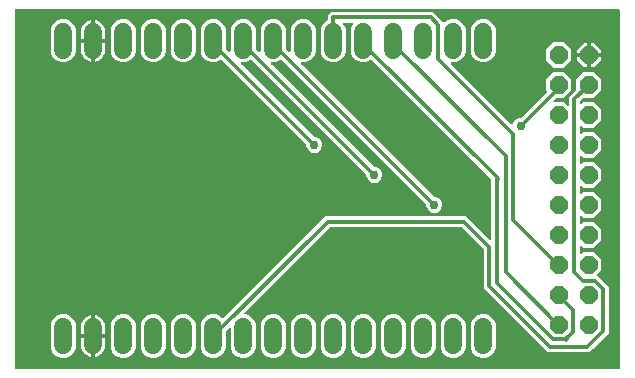
<source format=gbr>
G04 EAGLE Gerber RS-274X export*
G75*
%MOMM*%
%FSLAX34Y34*%
%LPD*%
%INTop Copper*%
%IPPOS*%
%AMOC8*
5,1,8,0,0,1.08239X$1,22.5*%
G01*
%ADD10P,1.649562X8X292.500000*%
%ADD11C,1.524000*%
%ADD12C,0.304800*%
%ADD13C,0.756400*%

G36*
X521398Y10164D02*
X521398Y10164D01*
X521417Y10162D01*
X521519Y10184D01*
X521621Y10200D01*
X521638Y10210D01*
X521658Y10214D01*
X521747Y10267D01*
X521838Y10316D01*
X521852Y10330D01*
X521869Y10340D01*
X521936Y10419D01*
X522008Y10494D01*
X522016Y10512D01*
X522029Y10527D01*
X522068Y10623D01*
X522111Y10717D01*
X522113Y10737D01*
X522121Y10755D01*
X522139Y10922D01*
X522139Y313622D01*
X522125Y313712D01*
X522117Y313803D01*
X522105Y313833D01*
X522100Y313865D01*
X522057Y313945D01*
X522021Y314029D01*
X521995Y314061D01*
X521984Y314082D01*
X521961Y314104D01*
X521916Y314160D01*
X521560Y314516D01*
X521486Y314569D01*
X521417Y314629D01*
X521387Y314641D01*
X521361Y314660D01*
X521274Y314687D01*
X521189Y314721D01*
X521148Y314725D01*
X521125Y314732D01*
X521093Y314731D01*
X521022Y314739D01*
X10922Y314739D01*
X10902Y314736D01*
X10883Y314738D01*
X10781Y314716D01*
X10679Y314700D01*
X10662Y314690D01*
X10642Y314686D01*
X10553Y314633D01*
X10462Y314584D01*
X10448Y314570D01*
X10431Y314560D01*
X10364Y314481D01*
X10292Y314406D01*
X10284Y314388D01*
X10271Y314373D01*
X10232Y314277D01*
X10189Y314183D01*
X10187Y314163D01*
X10179Y314145D01*
X10161Y313978D01*
X10161Y10922D01*
X10164Y10902D01*
X10162Y10883D01*
X10184Y10781D01*
X10200Y10679D01*
X10210Y10662D01*
X10214Y10642D01*
X10267Y10553D01*
X10316Y10462D01*
X10330Y10448D01*
X10340Y10431D01*
X10419Y10364D01*
X10494Y10292D01*
X10512Y10284D01*
X10527Y10271D01*
X10623Y10232D01*
X10717Y10189D01*
X10737Y10187D01*
X10755Y10179D01*
X10922Y10161D01*
X521378Y10161D01*
X521398Y10164D01*
G37*
%LPC*%
G36*
X175678Y19811D02*
X175678Y19811D01*
X171757Y21435D01*
X168755Y24437D01*
X167131Y28358D01*
X167131Y47842D01*
X168755Y51763D01*
X171757Y54765D01*
X175678Y56389D01*
X179922Y56389D01*
X183843Y54765D01*
X185382Y53226D01*
X185398Y53214D01*
X185411Y53198D01*
X185498Y53142D01*
X185582Y53082D01*
X185601Y53076D01*
X185618Y53065D01*
X185718Y53040D01*
X185817Y53010D01*
X185837Y53010D01*
X185856Y53005D01*
X185959Y53013D01*
X186063Y53016D01*
X186082Y53023D01*
X186102Y53025D01*
X186196Y53065D01*
X186294Y53101D01*
X186310Y53113D01*
X186328Y53121D01*
X186459Y53226D01*
X272806Y139573D01*
X391894Y139573D01*
X411903Y119564D01*
X411961Y119522D01*
X412013Y119473D01*
X412060Y119451D01*
X412102Y119421D01*
X412171Y119399D01*
X412236Y119369D01*
X412288Y119363D01*
X412338Y119348D01*
X412409Y119350D01*
X412480Y119342D01*
X412531Y119353D01*
X412583Y119355D01*
X412651Y119379D01*
X412721Y119394D01*
X412766Y119421D01*
X412814Y119439D01*
X412870Y119484D01*
X412932Y119521D01*
X412966Y119560D01*
X413006Y119593D01*
X413045Y119653D01*
X413092Y119707D01*
X413111Y119756D01*
X413139Y119800D01*
X413157Y119869D01*
X413184Y119936D01*
X413192Y120007D01*
X413200Y120038D01*
X413198Y120061D01*
X413202Y120102D01*
X413202Y170566D01*
X413188Y170656D01*
X413180Y170747D01*
X413168Y170776D01*
X413163Y170808D01*
X413120Y170889D01*
X413084Y170973D01*
X413058Y171005D01*
X413047Y171026D01*
X413024Y171048D01*
X412979Y171104D01*
X312284Y271799D01*
X312268Y271811D01*
X312255Y271827D01*
X312168Y271883D01*
X312084Y271943D01*
X312065Y271949D01*
X312048Y271960D01*
X311948Y271985D01*
X311849Y272015D01*
X311829Y272015D01*
X311810Y272020D01*
X311707Y272012D01*
X311603Y272009D01*
X311584Y272002D01*
X311564Y272000D01*
X311470Y271960D01*
X311372Y271924D01*
X311356Y271912D01*
X311338Y271904D01*
X311207Y271799D01*
X310843Y271435D01*
X306922Y269811D01*
X302678Y269811D01*
X298757Y271435D01*
X295755Y274437D01*
X294131Y278358D01*
X294131Y297842D01*
X295755Y301763D01*
X296095Y302103D01*
X296137Y302161D01*
X296186Y302213D01*
X296208Y302260D01*
X296238Y302302D01*
X296259Y302371D01*
X296290Y302436D01*
X296295Y302488D01*
X296311Y302538D01*
X296309Y302609D01*
X296317Y302680D01*
X296306Y302731D01*
X296304Y302783D01*
X296280Y302851D01*
X296265Y302921D01*
X296238Y302966D01*
X296220Y303014D01*
X296175Y303070D01*
X296138Y303132D01*
X296099Y303166D01*
X296066Y303206D01*
X296006Y303245D01*
X295951Y303292D01*
X295903Y303311D01*
X295859Y303339D01*
X295790Y303357D01*
X295723Y303384D01*
X295652Y303392D01*
X295621Y303400D01*
X295598Y303398D01*
X295557Y303402D01*
X288643Y303402D01*
X288573Y303391D01*
X288501Y303389D01*
X288452Y303371D01*
X288401Y303363D01*
X288337Y303329D01*
X288270Y303304D01*
X288229Y303272D01*
X288183Y303247D01*
X288134Y303196D01*
X288078Y303151D01*
X288050Y303107D01*
X288014Y303069D01*
X287984Y303004D01*
X287945Y302944D01*
X287932Y302893D01*
X287910Y302846D01*
X287902Y302775D01*
X287885Y302705D01*
X287889Y302653D01*
X287883Y302602D01*
X287898Y302531D01*
X287904Y302460D01*
X287924Y302412D01*
X287935Y302361D01*
X287972Y302300D01*
X288000Y302234D01*
X288045Y302178D01*
X288062Y302150D01*
X288079Y302135D01*
X288105Y302103D01*
X288445Y301763D01*
X290069Y297842D01*
X290069Y278358D01*
X288445Y274437D01*
X285443Y271435D01*
X281522Y269811D01*
X277278Y269811D01*
X273357Y271435D01*
X270355Y274437D01*
X268731Y278358D01*
X268731Y297842D01*
X270355Y301763D01*
X273357Y304765D01*
X274357Y305179D01*
X274457Y305241D01*
X274557Y305301D01*
X274561Y305305D01*
X274566Y305309D01*
X274641Y305399D01*
X274717Y305487D01*
X274719Y305493D01*
X274723Y305498D01*
X274765Y305607D01*
X274809Y305716D01*
X274810Y305723D01*
X274811Y305728D01*
X274812Y305746D01*
X274827Y305882D01*
X274827Y309869D01*
X277506Y312548D01*
X363844Y312548D01*
X372754Y303638D01*
X372770Y303627D01*
X372782Y303611D01*
X372870Y303555D01*
X372953Y303495D01*
X372972Y303489D01*
X372989Y303478D01*
X373090Y303453D01*
X373189Y303422D01*
X373208Y303423D01*
X373228Y303418D01*
X373331Y303426D01*
X373434Y303429D01*
X373453Y303435D01*
X373473Y303437D01*
X373568Y303477D01*
X373665Y303513D01*
X373681Y303526D01*
X373699Y303533D01*
X373830Y303638D01*
X374957Y304765D01*
X378878Y306389D01*
X383122Y306389D01*
X387043Y304765D01*
X390045Y301763D01*
X391669Y297842D01*
X391669Y278358D01*
X390045Y274437D01*
X387043Y271435D01*
X383122Y269811D01*
X379843Y269811D01*
X379773Y269800D01*
X379701Y269798D01*
X379652Y269780D01*
X379601Y269772D01*
X379537Y269738D01*
X379470Y269713D01*
X379429Y269681D01*
X379383Y269656D01*
X379334Y269605D01*
X379278Y269560D01*
X379250Y269516D01*
X379214Y269478D01*
X379184Y269413D01*
X379145Y269353D01*
X379132Y269302D01*
X379110Y269255D01*
X379102Y269184D01*
X379085Y269114D01*
X379089Y269062D01*
X379083Y269011D01*
X379098Y268940D01*
X379104Y268869D01*
X379124Y268821D01*
X379135Y268770D01*
X379172Y268709D01*
X379200Y268643D01*
X379245Y268587D01*
X379262Y268559D01*
X379279Y268544D01*
X379305Y268512D01*
X430291Y217526D01*
X430328Y217499D01*
X430359Y217465D01*
X430427Y217428D01*
X430490Y217383D01*
X430534Y217369D01*
X430575Y217347D01*
X430651Y217333D01*
X430726Y217310D01*
X430771Y217311D01*
X430817Y217303D01*
X430894Y217315D01*
X430971Y217317D01*
X431015Y217332D01*
X431060Y217339D01*
X431129Y217374D01*
X431202Y217401D01*
X431238Y217430D01*
X431279Y217450D01*
X431334Y217506D01*
X431394Y217555D01*
X431419Y217593D01*
X431451Y217626D01*
X431517Y217746D01*
X431527Y217762D01*
X431529Y217766D01*
X431532Y217773D01*
X432359Y219769D01*
X434281Y221691D01*
X436791Y222731D01*
X438199Y222731D01*
X438289Y222745D01*
X438380Y222753D01*
X438409Y222765D01*
X438441Y222770D01*
X438522Y222813D01*
X438606Y222849D01*
X438638Y222875D01*
X438659Y222886D01*
X438681Y222909D01*
X438737Y222954D01*
X460309Y244526D01*
X460321Y244542D01*
X460337Y244555D01*
X460393Y244642D01*
X460453Y244726D01*
X460459Y244745D01*
X460470Y244762D01*
X460495Y244862D01*
X460525Y244961D01*
X460525Y244981D01*
X460530Y245000D01*
X460522Y245103D01*
X460519Y245207D01*
X460512Y245226D01*
X460511Y245245D01*
X460470Y245340D01*
X460434Y245438D01*
X460422Y245454D01*
X460414Y245472D01*
X460309Y245603D01*
X459731Y246181D01*
X459731Y255019D01*
X465981Y261269D01*
X474819Y261269D01*
X481069Y255019D01*
X481069Y246181D01*
X474819Y239931D01*
X468963Y239931D01*
X468873Y239917D01*
X468782Y239909D01*
X468753Y239897D01*
X468721Y239892D01*
X468640Y239849D01*
X468556Y239813D01*
X468524Y239787D01*
X468503Y239776D01*
X468481Y239753D01*
X468425Y239708D01*
X465885Y237168D01*
X465843Y237110D01*
X465794Y237058D01*
X465772Y237011D01*
X465742Y236969D01*
X465720Y236900D01*
X465690Y236835D01*
X465684Y236783D01*
X465669Y236733D01*
X465671Y236662D01*
X465663Y236591D01*
X465674Y236540D01*
X465676Y236488D01*
X465700Y236420D01*
X465715Y236350D01*
X465742Y236306D01*
X465760Y236257D01*
X465805Y236201D01*
X465842Y236139D01*
X465881Y236105D01*
X465914Y236065D01*
X465974Y236026D01*
X466028Y235979D01*
X466077Y235960D01*
X466121Y235932D01*
X466190Y235914D01*
X466257Y235887D01*
X466328Y235879D01*
X466359Y235871D01*
X466382Y235873D01*
X466423Y235869D01*
X474819Y235869D01*
X477736Y232952D01*
X477794Y232910D01*
X477846Y232861D01*
X477893Y232839D01*
X477935Y232809D01*
X478004Y232787D01*
X478069Y232757D01*
X478121Y232752D01*
X478171Y232736D01*
X478242Y232738D01*
X478313Y232730D01*
X478364Y232741D01*
X478416Y232743D01*
X478484Y232767D01*
X478554Y232782D01*
X478599Y232809D01*
X478647Y232827D01*
X478703Y232872D01*
X478765Y232909D01*
X478799Y232948D01*
X478839Y232981D01*
X478878Y233041D01*
X478925Y233096D01*
X478944Y233144D01*
X478972Y233188D01*
X478990Y233257D01*
X479017Y233324D01*
X479025Y233395D01*
X479033Y233426D01*
X479031Y233449D01*
X479035Y233490D01*
X479035Y240302D01*
X481937Y243204D01*
X484908Y246175D01*
X484961Y246249D01*
X485021Y246319D01*
X485033Y246349D01*
X485052Y246375D01*
X485079Y246462D01*
X485113Y246547D01*
X485117Y246588D01*
X485124Y246610D01*
X485123Y246642D01*
X485131Y246713D01*
X485131Y255019D01*
X491381Y261269D01*
X500219Y261269D01*
X506469Y255019D01*
X506469Y246181D01*
X500219Y239931D01*
X491913Y239931D01*
X491823Y239917D01*
X491732Y239909D01*
X491703Y239897D01*
X491671Y239892D01*
X491590Y239849D01*
X491506Y239813D01*
X491474Y239787D01*
X491453Y239776D01*
X491431Y239753D01*
X491375Y239708D01*
X488404Y236737D01*
X488351Y236663D01*
X488291Y236593D01*
X488279Y236563D01*
X488260Y236537D01*
X488233Y236450D01*
X488199Y236365D01*
X488195Y236324D01*
X488188Y236302D01*
X488189Y236270D01*
X488181Y236199D01*
X488181Y234506D01*
X488192Y234436D01*
X488194Y234364D01*
X488212Y234315D01*
X488220Y234264D01*
X488254Y234200D01*
X488279Y234133D01*
X488311Y234092D01*
X488336Y234046D01*
X488388Y233997D01*
X488432Y233941D01*
X488476Y233913D01*
X488514Y233877D01*
X488579Y233847D01*
X488639Y233808D01*
X488690Y233795D01*
X488737Y233773D01*
X488808Y233765D01*
X488878Y233748D01*
X488930Y233752D01*
X488981Y233746D01*
X489052Y233761D01*
X489123Y233767D01*
X489171Y233787D01*
X489222Y233798D01*
X489283Y233835D01*
X489349Y233863D01*
X489405Y233908D01*
X489433Y233925D01*
X489448Y233942D01*
X489480Y233968D01*
X491381Y235869D01*
X500219Y235869D01*
X506469Y229619D01*
X506469Y220781D01*
X500219Y214531D01*
X491381Y214531D01*
X489480Y216432D01*
X489422Y216474D01*
X489370Y216523D01*
X489323Y216545D01*
X489281Y216575D01*
X489212Y216597D01*
X489147Y216627D01*
X489095Y216632D01*
X489045Y216648D01*
X488974Y216646D01*
X488903Y216654D01*
X488852Y216643D01*
X488800Y216641D01*
X488732Y216617D01*
X488662Y216602D01*
X488617Y216575D01*
X488569Y216557D01*
X488513Y216512D01*
X488451Y216475D01*
X488417Y216436D01*
X488377Y216403D01*
X488338Y216343D01*
X488291Y216288D01*
X488272Y216240D01*
X488244Y216196D01*
X488226Y216127D01*
X488199Y216060D01*
X488191Y215989D01*
X488183Y215958D01*
X488185Y215935D01*
X488181Y215894D01*
X488181Y209106D01*
X488192Y209036D01*
X488194Y208964D01*
X488212Y208915D01*
X488220Y208864D01*
X488254Y208800D01*
X488279Y208733D01*
X488311Y208692D01*
X488336Y208646D01*
X488388Y208597D01*
X488432Y208541D01*
X488476Y208513D01*
X488514Y208477D01*
X488579Y208447D01*
X488639Y208408D01*
X488690Y208395D01*
X488737Y208373D01*
X488808Y208365D01*
X488878Y208348D01*
X488930Y208352D01*
X488981Y208346D01*
X489052Y208361D01*
X489123Y208367D01*
X489171Y208387D01*
X489222Y208398D01*
X489283Y208435D01*
X489349Y208463D01*
X489405Y208508D01*
X489433Y208525D01*
X489448Y208542D01*
X489480Y208568D01*
X491381Y210469D01*
X500219Y210469D01*
X506469Y204219D01*
X506469Y195381D01*
X500219Y189131D01*
X491381Y189131D01*
X489480Y191032D01*
X489422Y191074D01*
X489370Y191123D01*
X489323Y191145D01*
X489281Y191175D01*
X489212Y191197D01*
X489147Y191227D01*
X489095Y191232D01*
X489045Y191248D01*
X488974Y191246D01*
X488903Y191254D01*
X488852Y191243D01*
X488800Y191241D01*
X488732Y191217D01*
X488662Y191202D01*
X488617Y191175D01*
X488569Y191157D01*
X488513Y191112D01*
X488451Y191075D01*
X488417Y191036D01*
X488377Y191003D01*
X488338Y190943D01*
X488291Y190888D01*
X488272Y190840D01*
X488244Y190796D01*
X488226Y190727D01*
X488199Y190660D01*
X488191Y190589D01*
X488183Y190558D01*
X488185Y190535D01*
X488181Y190494D01*
X488181Y183706D01*
X488183Y183695D01*
X488182Y183686D01*
X488191Y183644D01*
X488192Y183636D01*
X488194Y183564D01*
X488212Y183515D01*
X488220Y183464D01*
X488254Y183400D01*
X488279Y183333D01*
X488311Y183292D01*
X488336Y183246D01*
X488388Y183197D01*
X488432Y183141D01*
X488476Y183113D01*
X488514Y183077D01*
X488579Y183047D01*
X488639Y183008D01*
X488690Y182995D01*
X488737Y182973D01*
X488808Y182965D01*
X488878Y182948D01*
X488930Y182952D01*
X488981Y182946D01*
X489052Y182961D01*
X489123Y182967D01*
X489171Y182987D01*
X489222Y182998D01*
X489283Y183035D01*
X489349Y183063D01*
X489405Y183108D01*
X489433Y183125D01*
X489448Y183142D01*
X489480Y183168D01*
X491381Y185069D01*
X500219Y185069D01*
X506469Y178819D01*
X506469Y169981D01*
X500219Y163731D01*
X491381Y163731D01*
X489480Y165632D01*
X489422Y165674D01*
X489370Y165723D01*
X489323Y165745D01*
X489281Y165775D01*
X489212Y165797D01*
X489147Y165827D01*
X489095Y165832D01*
X489045Y165848D01*
X488974Y165846D01*
X488903Y165854D01*
X488852Y165843D01*
X488800Y165841D01*
X488732Y165817D01*
X488662Y165802D01*
X488617Y165775D01*
X488569Y165757D01*
X488513Y165712D01*
X488451Y165675D01*
X488417Y165636D01*
X488377Y165603D01*
X488338Y165543D01*
X488291Y165488D01*
X488272Y165440D01*
X488244Y165396D01*
X488226Y165327D01*
X488199Y165260D01*
X488191Y165189D01*
X488183Y165158D01*
X488185Y165135D01*
X488181Y165094D01*
X488181Y158306D01*
X488192Y158236D01*
X488194Y158164D01*
X488212Y158115D01*
X488220Y158064D01*
X488254Y158000D01*
X488279Y157933D01*
X488311Y157892D01*
X488336Y157846D01*
X488388Y157797D01*
X488432Y157741D01*
X488476Y157713D01*
X488514Y157677D01*
X488579Y157647D01*
X488639Y157608D01*
X488690Y157595D01*
X488737Y157573D01*
X488808Y157565D01*
X488878Y157548D01*
X488930Y157552D01*
X488981Y157546D01*
X489052Y157561D01*
X489123Y157567D01*
X489171Y157587D01*
X489222Y157598D01*
X489283Y157635D01*
X489349Y157663D01*
X489405Y157708D01*
X489433Y157725D01*
X489448Y157742D01*
X489480Y157768D01*
X491381Y159669D01*
X500219Y159669D01*
X506469Y153419D01*
X506469Y144581D01*
X500219Y138331D01*
X491381Y138331D01*
X489480Y140232D01*
X489422Y140274D01*
X489370Y140323D01*
X489323Y140345D01*
X489281Y140375D01*
X489212Y140397D01*
X489147Y140427D01*
X489095Y140432D01*
X489045Y140448D01*
X488974Y140446D01*
X488903Y140454D01*
X488852Y140443D01*
X488800Y140441D01*
X488732Y140417D01*
X488662Y140402D01*
X488617Y140375D01*
X488569Y140357D01*
X488513Y140312D01*
X488451Y140275D01*
X488417Y140236D01*
X488377Y140203D01*
X488338Y140143D01*
X488291Y140088D01*
X488272Y140040D01*
X488244Y139996D01*
X488226Y139927D01*
X488199Y139860D01*
X488191Y139789D01*
X488183Y139758D01*
X488185Y139735D01*
X488181Y139694D01*
X488181Y132906D01*
X488192Y132836D01*
X488194Y132764D01*
X488212Y132715D01*
X488220Y132664D01*
X488254Y132600D01*
X488279Y132533D01*
X488311Y132492D01*
X488336Y132446D01*
X488388Y132397D01*
X488432Y132341D01*
X488476Y132313D01*
X488514Y132277D01*
X488579Y132247D01*
X488639Y132208D01*
X488690Y132195D01*
X488737Y132173D01*
X488808Y132165D01*
X488878Y132148D01*
X488930Y132152D01*
X488981Y132146D01*
X489052Y132161D01*
X489123Y132167D01*
X489171Y132187D01*
X489222Y132198D01*
X489283Y132235D01*
X489349Y132263D01*
X489405Y132308D01*
X489433Y132325D01*
X489448Y132342D01*
X489480Y132368D01*
X491381Y134269D01*
X500219Y134269D01*
X506469Y128019D01*
X506469Y119181D01*
X500219Y112931D01*
X491381Y112931D01*
X489480Y114832D01*
X489422Y114874D01*
X489370Y114923D01*
X489323Y114945D01*
X489281Y114975D01*
X489212Y114997D01*
X489147Y115027D01*
X489095Y115032D01*
X489045Y115048D01*
X488974Y115046D01*
X488903Y115054D01*
X488852Y115043D01*
X488800Y115041D01*
X488732Y115017D01*
X488662Y115002D01*
X488617Y114975D01*
X488569Y114957D01*
X488513Y114912D01*
X488451Y114875D01*
X488417Y114836D01*
X488377Y114803D01*
X488338Y114743D01*
X488291Y114688D01*
X488272Y114640D01*
X488244Y114596D01*
X488226Y114527D01*
X488199Y114460D01*
X488191Y114389D01*
X488183Y114358D01*
X488185Y114335D01*
X488181Y114294D01*
X488181Y107506D01*
X488192Y107436D01*
X488194Y107364D01*
X488212Y107315D01*
X488220Y107264D01*
X488254Y107200D01*
X488279Y107133D01*
X488311Y107092D01*
X488336Y107046D01*
X488388Y106997D01*
X488432Y106941D01*
X488476Y106913D01*
X488514Y106877D01*
X488579Y106847D01*
X488639Y106808D01*
X488690Y106795D01*
X488737Y106773D01*
X488808Y106765D01*
X488878Y106748D01*
X488930Y106752D01*
X488981Y106746D01*
X489052Y106761D01*
X489123Y106767D01*
X489171Y106787D01*
X489222Y106798D01*
X489283Y106835D01*
X489349Y106863D01*
X489405Y106908D01*
X489433Y106925D01*
X489448Y106942D01*
X489480Y106968D01*
X491381Y108869D01*
X500219Y108869D01*
X506469Y102619D01*
X506469Y93781D01*
X503037Y90349D01*
X503025Y90333D01*
X503009Y90320D01*
X502953Y90233D01*
X502893Y90149D01*
X502887Y90130D01*
X502876Y90113D01*
X502851Y90013D01*
X502821Y89914D01*
X502821Y89894D01*
X502816Y89875D01*
X502824Y89772D01*
X502827Y89668D01*
X502834Y89649D01*
X502836Y89630D01*
X502876Y89535D01*
X502912Y89437D01*
X502924Y89421D01*
X502932Y89403D01*
X503037Y89272D01*
X512565Y79744D01*
X512565Y40456D01*
X509663Y37554D01*
X499267Y27158D01*
X496365Y24256D01*
X461214Y24256D01*
X407106Y78364D01*
X407106Y111112D01*
X407092Y111202D01*
X407084Y111293D01*
X407072Y111322D01*
X407067Y111354D01*
X407024Y111435D01*
X406988Y111519D01*
X406962Y111551D01*
X406951Y111572D01*
X406928Y111594D01*
X406883Y111650D01*
X388329Y130204D01*
X388255Y130257D01*
X388185Y130317D01*
X388155Y130329D01*
X388129Y130348D01*
X388042Y130375D01*
X387957Y130409D01*
X387916Y130413D01*
X387894Y130420D01*
X387862Y130419D01*
X387791Y130427D01*
X276909Y130427D01*
X276819Y130413D01*
X276728Y130405D01*
X276699Y130393D01*
X276667Y130388D01*
X276586Y130345D01*
X276502Y130309D01*
X276470Y130283D01*
X276449Y130272D01*
X276427Y130249D01*
X276371Y130204D01*
X203855Y57688D01*
X203813Y57630D01*
X203764Y57578D01*
X203742Y57531D01*
X203712Y57489D01*
X203690Y57420D01*
X203660Y57355D01*
X203654Y57303D01*
X203639Y57253D01*
X203641Y57182D01*
X203633Y57111D01*
X203644Y57060D01*
X203646Y57008D01*
X203670Y56940D01*
X203685Y56870D01*
X203712Y56825D01*
X203730Y56777D01*
X203775Y56721D01*
X203812Y56659D01*
X203851Y56625D01*
X203884Y56585D01*
X203944Y56546D01*
X203998Y56499D01*
X204047Y56480D01*
X204091Y56452D01*
X204160Y56434D01*
X204227Y56407D01*
X204298Y56399D01*
X204329Y56391D01*
X204352Y56393D01*
X204393Y56389D01*
X205322Y56389D01*
X209243Y54765D01*
X212245Y51763D01*
X213869Y47842D01*
X213869Y28358D01*
X212245Y24437D01*
X209243Y21435D01*
X205322Y19811D01*
X201078Y19811D01*
X197157Y21435D01*
X194155Y24437D01*
X192531Y28358D01*
X192531Y44527D01*
X192520Y44597D01*
X192518Y44669D01*
X192500Y44718D01*
X192492Y44769D01*
X192458Y44833D01*
X192433Y44900D01*
X192401Y44941D01*
X192376Y44987D01*
X192324Y45036D01*
X192280Y45092D01*
X192236Y45120D01*
X192198Y45156D01*
X192133Y45186D01*
X192073Y45225D01*
X192022Y45238D01*
X191975Y45260D01*
X191904Y45268D01*
X191834Y45285D01*
X191782Y45281D01*
X191731Y45287D01*
X191660Y45272D01*
X191589Y45266D01*
X191541Y45246D01*
X191490Y45235D01*
X191429Y45198D01*
X191363Y45170D01*
X191307Y45125D01*
X191279Y45108D01*
X191264Y45091D01*
X191232Y45065D01*
X188692Y42525D01*
X188639Y42451D01*
X188579Y42381D01*
X188567Y42351D01*
X188548Y42325D01*
X188521Y42238D01*
X188487Y42153D01*
X188483Y42112D01*
X188476Y42090D01*
X188477Y42058D01*
X188469Y41987D01*
X188469Y28358D01*
X186845Y24437D01*
X183843Y21435D01*
X179922Y19811D01*
X175678Y19811D01*
G37*
%LPD*%
%LPC*%
G36*
X363766Y142394D02*
X363766Y142394D01*
X361256Y143434D01*
X359334Y145356D01*
X358294Y147866D01*
X358294Y149274D01*
X358280Y149364D01*
X358272Y149455D01*
X358260Y149484D01*
X358255Y149516D01*
X358212Y149597D01*
X358176Y149681D01*
X358150Y149713D01*
X358139Y149734D01*
X358116Y149756D01*
X358071Y149812D01*
X236084Y271799D01*
X236068Y271811D01*
X236055Y271827D01*
X235968Y271883D01*
X235884Y271943D01*
X235865Y271949D01*
X235848Y271960D01*
X235748Y271985D01*
X235649Y272015D01*
X235629Y272015D01*
X235610Y272020D01*
X235507Y272012D01*
X235403Y272009D01*
X235384Y272002D01*
X235364Y272000D01*
X235270Y271960D01*
X235172Y271924D01*
X235156Y271912D01*
X235138Y271904D01*
X235007Y271799D01*
X234643Y271435D01*
X230722Y269811D01*
X227443Y269811D01*
X227373Y269800D01*
X227301Y269798D01*
X227252Y269780D01*
X227201Y269772D01*
X227137Y269738D01*
X227070Y269713D01*
X227029Y269681D01*
X226983Y269656D01*
X226934Y269604D01*
X226878Y269560D01*
X226850Y269516D01*
X226814Y269478D01*
X226784Y269413D01*
X226745Y269353D01*
X226732Y269302D01*
X226710Y269255D01*
X226702Y269184D01*
X226685Y269114D01*
X226689Y269062D01*
X226683Y269011D01*
X226698Y268940D01*
X226704Y268869D01*
X226724Y268821D01*
X226735Y268770D01*
X226772Y268709D01*
X226800Y268643D01*
X226845Y268587D01*
X226862Y268559D01*
X226879Y268544D01*
X226905Y268512D01*
X313738Y181679D01*
X313812Y181626D01*
X313882Y181566D01*
X313912Y181554D01*
X313938Y181535D01*
X314025Y181508D01*
X314110Y181474D01*
X314151Y181470D01*
X314173Y181463D01*
X314205Y181464D01*
X314276Y181456D01*
X315684Y181456D01*
X318194Y180416D01*
X320116Y178494D01*
X321156Y175984D01*
X321156Y173266D01*
X320116Y170756D01*
X318194Y168834D01*
X315684Y167794D01*
X312966Y167794D01*
X310456Y168834D01*
X308534Y170756D01*
X307494Y173266D01*
X307494Y174674D01*
X307480Y174764D01*
X307472Y174855D01*
X307460Y174884D01*
X307455Y174916D01*
X307412Y174997D01*
X307376Y175081D01*
X307350Y175113D01*
X307339Y175134D01*
X307316Y175156D01*
X307271Y175212D01*
X210684Y271799D01*
X210668Y271811D01*
X210655Y271827D01*
X210568Y271883D01*
X210484Y271943D01*
X210465Y271949D01*
X210448Y271960D01*
X210348Y271985D01*
X210249Y272015D01*
X210229Y272015D01*
X210210Y272020D01*
X210107Y272012D01*
X210003Y272009D01*
X209984Y272002D01*
X209964Y272000D01*
X209870Y271960D01*
X209772Y271924D01*
X209756Y271912D01*
X209738Y271904D01*
X209607Y271799D01*
X209243Y271435D01*
X205322Y269811D01*
X202043Y269811D01*
X201973Y269800D01*
X201901Y269798D01*
X201852Y269780D01*
X201801Y269772D01*
X201737Y269738D01*
X201670Y269713D01*
X201629Y269681D01*
X201583Y269656D01*
X201534Y269604D01*
X201478Y269560D01*
X201450Y269516D01*
X201414Y269478D01*
X201384Y269413D01*
X201345Y269353D01*
X201332Y269302D01*
X201310Y269255D01*
X201302Y269184D01*
X201285Y269114D01*
X201289Y269062D01*
X201283Y269011D01*
X201298Y268940D01*
X201304Y268869D01*
X201324Y268821D01*
X201335Y268770D01*
X201372Y268709D01*
X201400Y268643D01*
X201445Y268587D01*
X201462Y268559D01*
X201479Y268544D01*
X201505Y268512D01*
X262938Y207079D01*
X263012Y207026D01*
X263082Y206966D01*
X263112Y206954D01*
X263138Y206935D01*
X263225Y206908D01*
X263310Y206874D01*
X263351Y206870D01*
X263373Y206863D01*
X263405Y206864D01*
X263476Y206856D01*
X264884Y206856D01*
X267394Y205816D01*
X269316Y203894D01*
X270356Y201384D01*
X270356Y198666D01*
X269316Y196156D01*
X267394Y194234D01*
X264884Y193194D01*
X262166Y193194D01*
X259656Y194234D01*
X257734Y196156D01*
X256694Y198666D01*
X256694Y200074D01*
X256680Y200164D01*
X256672Y200255D01*
X256660Y200284D01*
X256655Y200316D01*
X256612Y200397D01*
X256576Y200481D01*
X256550Y200513D01*
X256539Y200534D01*
X256516Y200556D01*
X256471Y200612D01*
X185284Y271799D01*
X185268Y271811D01*
X185255Y271827D01*
X185168Y271883D01*
X185084Y271943D01*
X185065Y271949D01*
X185048Y271960D01*
X184948Y271985D01*
X184849Y272015D01*
X184829Y272015D01*
X184810Y272020D01*
X184707Y272012D01*
X184603Y272009D01*
X184584Y272002D01*
X184564Y272000D01*
X184470Y271960D01*
X184372Y271924D01*
X184356Y271912D01*
X184338Y271904D01*
X184207Y271799D01*
X183843Y271435D01*
X179922Y269811D01*
X175678Y269811D01*
X171757Y271435D01*
X168755Y274437D01*
X167131Y278358D01*
X167131Y297842D01*
X168755Y301763D01*
X171757Y304765D01*
X175678Y306389D01*
X179922Y306389D01*
X183843Y304765D01*
X186845Y301763D01*
X188469Y297842D01*
X188469Y281863D01*
X188483Y281773D01*
X188491Y281682D01*
X188503Y281653D01*
X188508Y281621D01*
X188551Y281540D01*
X188587Y281456D01*
X188613Y281424D01*
X188624Y281403D01*
X188647Y281381D01*
X188692Y281325D01*
X191232Y278785D01*
X191290Y278743D01*
X191342Y278694D01*
X191389Y278672D01*
X191431Y278642D01*
X191500Y278620D01*
X191565Y278590D01*
X191617Y278585D01*
X191667Y278569D01*
X191738Y278571D01*
X191809Y278563D01*
X191860Y278574D01*
X191912Y278576D01*
X191980Y278600D01*
X192050Y278615D01*
X192095Y278642D01*
X192143Y278660D01*
X192199Y278705D01*
X192261Y278742D01*
X192295Y278781D01*
X192335Y278814D01*
X192374Y278874D01*
X192421Y278928D01*
X192440Y278977D01*
X192468Y279021D01*
X192486Y279090D01*
X192513Y279157D01*
X192521Y279228D01*
X192529Y279259D01*
X192527Y279282D01*
X192531Y279323D01*
X192531Y297842D01*
X194155Y301763D01*
X197157Y304765D01*
X201078Y306389D01*
X205322Y306389D01*
X209243Y304765D01*
X212245Y301763D01*
X213869Y297842D01*
X213869Y281863D01*
X213883Y281773D01*
X213891Y281682D01*
X213903Y281653D01*
X213908Y281621D01*
X213951Y281540D01*
X213987Y281456D01*
X214013Y281424D01*
X214024Y281403D01*
X214047Y281381D01*
X214092Y281325D01*
X216632Y278785D01*
X216690Y278743D01*
X216742Y278694D01*
X216789Y278672D01*
X216831Y278642D01*
X216900Y278620D01*
X216965Y278590D01*
X217017Y278585D01*
X217067Y278569D01*
X217138Y278571D01*
X217209Y278563D01*
X217260Y278574D01*
X217312Y278576D01*
X217380Y278600D01*
X217450Y278615D01*
X217495Y278642D01*
X217543Y278660D01*
X217599Y278705D01*
X217661Y278742D01*
X217695Y278781D01*
X217735Y278814D01*
X217774Y278874D01*
X217821Y278928D01*
X217840Y278977D01*
X217868Y279021D01*
X217886Y279090D01*
X217913Y279157D01*
X217921Y279228D01*
X217929Y279259D01*
X217927Y279282D01*
X217931Y279323D01*
X217931Y297842D01*
X219555Y301763D01*
X222557Y304765D01*
X226478Y306389D01*
X230722Y306389D01*
X234643Y304765D01*
X237645Y301763D01*
X239269Y297842D01*
X239269Y281863D01*
X239283Y281773D01*
X239291Y281682D01*
X239303Y281653D01*
X239308Y281621D01*
X239351Y281540D01*
X239387Y281456D01*
X239413Y281424D01*
X239424Y281403D01*
X239447Y281381D01*
X239492Y281325D01*
X242032Y278785D01*
X242090Y278743D01*
X242142Y278694D01*
X242189Y278672D01*
X242231Y278642D01*
X242300Y278620D01*
X242365Y278590D01*
X242417Y278585D01*
X242467Y278569D01*
X242538Y278571D01*
X242609Y278563D01*
X242660Y278574D01*
X242712Y278576D01*
X242780Y278600D01*
X242850Y278615D01*
X242895Y278642D01*
X242943Y278660D01*
X242999Y278705D01*
X243061Y278742D01*
X243095Y278781D01*
X243135Y278814D01*
X243174Y278874D01*
X243221Y278928D01*
X243240Y278977D01*
X243268Y279021D01*
X243286Y279090D01*
X243313Y279157D01*
X243321Y279228D01*
X243329Y279259D01*
X243327Y279282D01*
X243331Y279323D01*
X243331Y297842D01*
X244955Y301763D01*
X247957Y304765D01*
X251878Y306389D01*
X256122Y306389D01*
X260043Y304765D01*
X263045Y301763D01*
X264669Y297842D01*
X264669Y278358D01*
X263045Y274437D01*
X260043Y271435D01*
X256122Y269811D01*
X252843Y269811D01*
X252773Y269800D01*
X252701Y269798D01*
X252652Y269780D01*
X252601Y269772D01*
X252537Y269738D01*
X252470Y269713D01*
X252429Y269681D01*
X252383Y269656D01*
X252334Y269604D01*
X252278Y269560D01*
X252250Y269516D01*
X252214Y269478D01*
X252184Y269413D01*
X252145Y269353D01*
X252132Y269302D01*
X252110Y269255D01*
X252102Y269184D01*
X252085Y269114D01*
X252089Y269062D01*
X252083Y269011D01*
X252098Y268940D01*
X252104Y268869D01*
X252124Y268821D01*
X252135Y268770D01*
X252172Y268709D01*
X252200Y268643D01*
X252245Y268587D01*
X252262Y268559D01*
X252279Y268544D01*
X252305Y268512D01*
X364538Y156279D01*
X364612Y156226D01*
X364682Y156166D01*
X364712Y156154D01*
X364738Y156135D01*
X364825Y156108D01*
X364910Y156074D01*
X364951Y156070D01*
X364973Y156063D01*
X365005Y156064D01*
X365076Y156056D01*
X366484Y156056D01*
X368994Y155016D01*
X370916Y153094D01*
X371956Y150584D01*
X371956Y147866D01*
X370916Y145356D01*
X368994Y143434D01*
X366484Y142394D01*
X363766Y142394D01*
G37*
%LPD*%
%LPC*%
G36*
X150278Y269811D02*
X150278Y269811D01*
X146357Y271435D01*
X143355Y274437D01*
X141731Y278358D01*
X141731Y297842D01*
X143355Y301763D01*
X146357Y304765D01*
X150278Y306389D01*
X154522Y306389D01*
X158443Y304765D01*
X161445Y301763D01*
X163069Y297842D01*
X163069Y278358D01*
X161445Y274437D01*
X158443Y271435D01*
X154522Y269811D01*
X150278Y269811D01*
G37*
%LPD*%
%LPC*%
G36*
X124878Y269811D02*
X124878Y269811D01*
X120957Y271435D01*
X117955Y274437D01*
X116331Y278358D01*
X116331Y297842D01*
X117955Y301763D01*
X120957Y304765D01*
X124878Y306389D01*
X129122Y306389D01*
X133043Y304765D01*
X136045Y301763D01*
X137669Y297842D01*
X137669Y278358D01*
X136045Y274437D01*
X133043Y271435D01*
X129122Y269811D01*
X124878Y269811D01*
G37*
%LPD*%
%LPC*%
G36*
X48678Y269811D02*
X48678Y269811D01*
X44757Y271435D01*
X41755Y274437D01*
X40131Y278358D01*
X40131Y297842D01*
X41755Y301763D01*
X44757Y304765D01*
X48678Y306389D01*
X52922Y306389D01*
X56843Y304765D01*
X59845Y301763D01*
X61469Y297842D01*
X61469Y278358D01*
X59845Y274437D01*
X56843Y271435D01*
X52922Y269811D01*
X48678Y269811D01*
G37*
%LPD*%
%LPC*%
G36*
X99478Y269811D02*
X99478Y269811D01*
X95557Y271435D01*
X92555Y274437D01*
X90931Y278358D01*
X90931Y297842D01*
X92555Y301763D01*
X95557Y304765D01*
X99478Y306389D01*
X103722Y306389D01*
X107643Y304765D01*
X110645Y301763D01*
X112269Y297842D01*
X112269Y278358D01*
X110645Y274437D01*
X107643Y271435D01*
X103722Y269811D01*
X99478Y269811D01*
G37*
%LPD*%
%LPC*%
G36*
X404278Y269811D02*
X404278Y269811D01*
X400357Y271435D01*
X397355Y274437D01*
X395731Y278358D01*
X395731Y297842D01*
X397355Y301763D01*
X400357Y304765D01*
X404278Y306389D01*
X408522Y306389D01*
X412443Y304765D01*
X415445Y301763D01*
X417069Y297842D01*
X417069Y278358D01*
X415445Y274437D01*
X412443Y271435D01*
X408522Y269811D01*
X404278Y269811D01*
G37*
%LPD*%
%LPC*%
G36*
X302678Y19811D02*
X302678Y19811D01*
X298757Y21435D01*
X295755Y24437D01*
X294131Y28358D01*
X294131Y47842D01*
X295755Y51763D01*
X298757Y54765D01*
X302678Y56389D01*
X306922Y56389D01*
X310843Y54765D01*
X313845Y51763D01*
X315469Y47842D01*
X315469Y28358D01*
X313845Y24437D01*
X310843Y21435D01*
X306922Y19811D01*
X302678Y19811D01*
G37*
%LPD*%
%LPC*%
G36*
X404278Y19811D02*
X404278Y19811D01*
X400357Y21435D01*
X397355Y24437D01*
X395731Y28358D01*
X395731Y47842D01*
X397355Y51763D01*
X400357Y54765D01*
X404278Y56389D01*
X408522Y56389D01*
X412443Y54765D01*
X415445Y51763D01*
X417069Y47842D01*
X417069Y28358D01*
X415445Y24437D01*
X412443Y21435D01*
X408522Y19811D01*
X404278Y19811D01*
G37*
%LPD*%
%LPC*%
G36*
X328078Y19811D02*
X328078Y19811D01*
X324157Y21435D01*
X321155Y24437D01*
X319531Y28358D01*
X319531Y47842D01*
X321155Y51763D01*
X324157Y54765D01*
X328078Y56389D01*
X332322Y56389D01*
X336243Y54765D01*
X339245Y51763D01*
X340869Y47842D01*
X340869Y28358D01*
X339245Y24437D01*
X336243Y21435D01*
X332322Y19811D01*
X328078Y19811D01*
G37*
%LPD*%
%LPC*%
G36*
X353478Y19811D02*
X353478Y19811D01*
X349557Y21435D01*
X346555Y24437D01*
X344931Y28358D01*
X344931Y47842D01*
X346555Y51763D01*
X349557Y54765D01*
X353478Y56389D01*
X357722Y56389D01*
X361643Y54765D01*
X364645Y51763D01*
X366269Y47842D01*
X366269Y28358D01*
X364645Y24437D01*
X361643Y21435D01*
X357722Y19811D01*
X353478Y19811D01*
G37*
%LPD*%
%LPC*%
G36*
X378878Y19811D02*
X378878Y19811D01*
X374957Y21435D01*
X371955Y24437D01*
X370331Y28358D01*
X370331Y47842D01*
X371955Y51763D01*
X374957Y54765D01*
X378878Y56389D01*
X383122Y56389D01*
X387043Y54765D01*
X390045Y51763D01*
X391669Y47842D01*
X391669Y28358D01*
X390045Y24437D01*
X387043Y21435D01*
X383122Y19811D01*
X378878Y19811D01*
G37*
%LPD*%
%LPC*%
G36*
X277278Y19811D02*
X277278Y19811D01*
X273357Y21435D01*
X270355Y24437D01*
X268731Y28358D01*
X268731Y47842D01*
X270355Y51763D01*
X273357Y54765D01*
X277278Y56389D01*
X281522Y56389D01*
X285443Y54765D01*
X288445Y51763D01*
X290069Y47842D01*
X290069Y28358D01*
X288445Y24437D01*
X285443Y21435D01*
X281522Y19811D01*
X277278Y19811D01*
G37*
%LPD*%
%LPC*%
G36*
X251878Y19811D02*
X251878Y19811D01*
X247957Y21435D01*
X244955Y24437D01*
X243331Y28358D01*
X243331Y47842D01*
X244955Y51763D01*
X247957Y54765D01*
X251878Y56389D01*
X256122Y56389D01*
X260043Y54765D01*
X263045Y51763D01*
X264669Y47842D01*
X264669Y28358D01*
X263045Y24437D01*
X260043Y21435D01*
X256122Y19811D01*
X251878Y19811D01*
G37*
%LPD*%
%LPC*%
G36*
X226478Y19811D02*
X226478Y19811D01*
X222557Y21435D01*
X219555Y24437D01*
X217931Y28358D01*
X217931Y47842D01*
X219555Y51763D01*
X222557Y54765D01*
X226478Y56389D01*
X230722Y56389D01*
X234643Y54765D01*
X237645Y51763D01*
X239269Y47842D01*
X239269Y28358D01*
X237645Y24437D01*
X234643Y21435D01*
X230722Y19811D01*
X226478Y19811D01*
G37*
%LPD*%
%LPC*%
G36*
X150278Y19811D02*
X150278Y19811D01*
X146357Y21435D01*
X143355Y24437D01*
X141731Y28358D01*
X141731Y47842D01*
X143355Y51763D01*
X146357Y54765D01*
X150278Y56389D01*
X154522Y56389D01*
X158443Y54765D01*
X161445Y51763D01*
X163069Y47842D01*
X163069Y28358D01*
X161445Y24437D01*
X158443Y21435D01*
X154522Y19811D01*
X150278Y19811D01*
G37*
%LPD*%
%LPC*%
G36*
X124878Y19811D02*
X124878Y19811D01*
X120957Y21435D01*
X117955Y24437D01*
X116331Y28358D01*
X116331Y47842D01*
X117955Y51763D01*
X120957Y54765D01*
X124878Y56389D01*
X129122Y56389D01*
X133043Y54765D01*
X136045Y51763D01*
X137669Y47842D01*
X137669Y28358D01*
X136045Y24437D01*
X133043Y21435D01*
X129122Y19811D01*
X124878Y19811D01*
G37*
%LPD*%
%LPC*%
G36*
X99478Y19811D02*
X99478Y19811D01*
X95557Y21435D01*
X92555Y24437D01*
X90931Y28358D01*
X90931Y47842D01*
X92555Y51763D01*
X95557Y54765D01*
X99478Y56389D01*
X103722Y56389D01*
X107643Y54765D01*
X110645Y51763D01*
X112269Y47842D01*
X112269Y28358D01*
X110645Y24437D01*
X107643Y21435D01*
X103722Y19811D01*
X99478Y19811D01*
G37*
%LPD*%
%LPC*%
G36*
X48678Y19811D02*
X48678Y19811D01*
X44757Y21435D01*
X41755Y24437D01*
X40131Y28358D01*
X40131Y47842D01*
X41755Y51763D01*
X44757Y54765D01*
X48678Y56389D01*
X52922Y56389D01*
X56843Y54765D01*
X59845Y51763D01*
X61469Y47842D01*
X61469Y28358D01*
X59845Y24437D01*
X56843Y21435D01*
X52922Y19811D01*
X48678Y19811D01*
G37*
%LPD*%
%LPC*%
G36*
X465981Y265331D02*
X465981Y265331D01*
X459731Y271581D01*
X459731Y280419D01*
X465981Y286669D01*
X474819Y286669D01*
X481069Y280419D01*
X481069Y271581D01*
X474819Y265331D01*
X465981Y265331D01*
G37*
%LPD*%
%LPC*%
G36*
X77723Y289623D02*
X77723Y289623D01*
X77723Y305766D01*
X78579Y305631D01*
X80100Y305136D01*
X81525Y304410D01*
X82819Y303470D01*
X83950Y302339D01*
X84890Y301045D01*
X85616Y299620D01*
X86111Y298099D01*
X86361Y296520D01*
X86361Y289623D01*
X77723Y289623D01*
G37*
%LPD*%
%LPC*%
G36*
X77723Y39623D02*
X77723Y39623D01*
X77723Y55766D01*
X78579Y55631D01*
X80100Y55136D01*
X81525Y54410D01*
X82819Y53470D01*
X83950Y52339D01*
X84890Y51045D01*
X85616Y49620D01*
X86111Y48099D01*
X86361Y46520D01*
X86361Y39623D01*
X77723Y39623D01*
G37*
%LPD*%
%LPC*%
G36*
X77723Y286577D02*
X77723Y286577D01*
X86361Y286577D01*
X86361Y279680D01*
X86111Y278101D01*
X85616Y276580D01*
X84890Y275155D01*
X83950Y273861D01*
X82819Y272730D01*
X81525Y271790D01*
X80100Y271064D01*
X78579Y270569D01*
X77723Y270434D01*
X77723Y286577D01*
G37*
%LPD*%
%LPC*%
G36*
X77723Y36577D02*
X77723Y36577D01*
X86361Y36577D01*
X86361Y29680D01*
X86111Y28101D01*
X85616Y26580D01*
X84890Y25155D01*
X83950Y23861D01*
X82819Y22730D01*
X81525Y21790D01*
X80100Y21064D01*
X78579Y20569D01*
X77723Y20434D01*
X77723Y36577D01*
G37*
%LPD*%
%LPC*%
G36*
X66039Y289623D02*
X66039Y289623D01*
X66039Y296520D01*
X66289Y298099D01*
X66784Y299620D01*
X67510Y301045D01*
X68450Y302339D01*
X69581Y303470D01*
X70875Y304410D01*
X72300Y305136D01*
X73821Y305631D01*
X74677Y305766D01*
X74677Y289623D01*
X66039Y289623D01*
G37*
%LPD*%
%LPC*%
G36*
X66039Y39623D02*
X66039Y39623D01*
X66039Y46520D01*
X66289Y48099D01*
X66784Y49620D01*
X67510Y51045D01*
X68450Y52339D01*
X69581Y53470D01*
X70875Y54410D01*
X72300Y55136D01*
X73821Y55631D01*
X74677Y55766D01*
X74677Y39623D01*
X66039Y39623D01*
G37*
%LPD*%
%LPC*%
G36*
X73821Y270569D02*
X73821Y270569D01*
X72300Y271064D01*
X70875Y271790D01*
X69581Y272730D01*
X68450Y273861D01*
X67510Y275155D01*
X66784Y276580D01*
X66289Y278101D01*
X66039Y279680D01*
X66039Y286577D01*
X74677Y286577D01*
X74677Y270434D01*
X73821Y270569D01*
G37*
%LPD*%
%LPC*%
G36*
X73821Y20569D02*
X73821Y20569D01*
X72300Y21064D01*
X70875Y21790D01*
X69581Y22730D01*
X68450Y23861D01*
X67510Y25155D01*
X66784Y26580D01*
X66289Y28101D01*
X66039Y29680D01*
X66039Y36577D01*
X74677Y36577D01*
X74677Y20434D01*
X73821Y20569D01*
G37*
%LPD*%
%LPC*%
G36*
X497323Y277523D02*
X497323Y277523D01*
X497323Y286161D01*
X500009Y286161D01*
X505961Y280209D01*
X505961Y277523D01*
X497323Y277523D01*
G37*
%LPD*%
%LPC*%
G36*
X497323Y274477D02*
X497323Y274477D01*
X505961Y274477D01*
X505961Y271791D01*
X500009Y265839D01*
X497323Y265839D01*
X497323Y274477D01*
G37*
%LPD*%
%LPC*%
G36*
X485639Y277523D02*
X485639Y277523D01*
X485639Y280209D01*
X491591Y286161D01*
X494277Y286161D01*
X494277Y277523D01*
X485639Y277523D01*
G37*
%LPD*%
%LPC*%
G36*
X491591Y265839D02*
X491591Y265839D01*
X485639Y271791D01*
X485639Y274477D01*
X494277Y274477D01*
X494277Y265839D01*
X491591Y265839D01*
G37*
%LPD*%
%LPC*%
G36*
X495799Y275999D02*
X495799Y275999D01*
X495799Y276001D01*
X495801Y276001D01*
X495801Y275999D01*
X495799Y275999D01*
G37*
%LPD*%
%LPC*%
G36*
X76199Y38099D02*
X76199Y38099D01*
X76199Y38101D01*
X76201Y38101D01*
X76201Y38099D01*
X76199Y38099D01*
G37*
%LPD*%
%LPC*%
G36*
X76199Y288099D02*
X76199Y288099D01*
X76199Y288101D01*
X76201Y288101D01*
X76201Y288099D01*
X76199Y288099D01*
G37*
%LPD*%
D10*
X470400Y276000D03*
X495800Y276000D03*
X470400Y250600D03*
X495800Y250600D03*
X470400Y225200D03*
X495800Y225200D03*
X470400Y199800D03*
X495800Y199800D03*
X470400Y174400D03*
X495800Y174400D03*
X470400Y149000D03*
X495800Y149000D03*
X470400Y123600D03*
X495800Y123600D03*
X470400Y98200D03*
X495800Y98200D03*
X470400Y72800D03*
X495800Y72800D03*
X470400Y47400D03*
X495800Y47400D03*
D11*
X50800Y280480D02*
X50800Y295720D01*
X76200Y295720D02*
X76200Y280480D01*
X101600Y280480D02*
X101600Y295720D01*
X127000Y295720D02*
X127000Y280480D01*
X152400Y280480D02*
X152400Y295720D01*
X177800Y295720D02*
X177800Y280480D01*
X203200Y280480D02*
X203200Y295720D01*
X228600Y295720D02*
X228600Y280480D01*
X254000Y280480D02*
X254000Y295720D01*
X279400Y295720D02*
X279400Y280480D01*
X304800Y280480D02*
X304800Y295720D01*
X330200Y295720D02*
X330200Y280480D01*
X355600Y280480D02*
X355600Y295720D01*
X381000Y295720D02*
X381000Y280480D01*
X406400Y280480D02*
X406400Y295720D01*
X50800Y45720D02*
X50800Y30480D01*
X76200Y30480D02*
X76200Y45720D01*
X101600Y45720D02*
X101600Y30480D01*
X127000Y30480D02*
X127000Y45720D01*
X152400Y45720D02*
X152400Y30480D01*
X177800Y30480D02*
X177800Y45720D01*
X203200Y45720D02*
X203200Y30480D01*
X228600Y30480D02*
X228600Y45720D01*
X254000Y45720D02*
X254000Y30480D01*
X279400Y30480D02*
X279400Y45720D01*
X304800Y45720D02*
X304800Y30480D01*
X330200Y30480D02*
X330200Y45720D01*
X355600Y45720D02*
X355600Y30480D01*
X381000Y30480D02*
X381000Y45720D01*
X406400Y45720D02*
X406400Y30480D01*
D12*
X274700Y135000D02*
X177800Y38100D01*
X274700Y135000D02*
X390000Y135000D01*
X500850Y84992D02*
X507992Y77850D01*
X411679Y113321D02*
X390000Y135000D01*
X411679Y113321D02*
X411679Y80258D01*
X463108Y28829D01*
X494471Y28829D01*
X507992Y42350D01*
X507992Y77850D01*
X500850Y84992D02*
X490750Y84992D01*
X483608Y92134D01*
X483608Y238408D02*
X495800Y250600D01*
X483608Y238408D02*
X483608Y92134D01*
X76200Y38100D02*
X76200Y288100D01*
X438150Y215900D02*
X469900Y247650D01*
X470400Y250600D01*
D13*
X438150Y215900D03*
D12*
X263525Y200025D02*
X177800Y285750D01*
X177800Y288100D01*
D13*
X263525Y200025D03*
D12*
X314325Y174625D02*
X203200Y285750D01*
X203200Y288100D01*
D13*
X314325Y174625D03*
D12*
X365125Y149225D02*
X228600Y285750D01*
X228600Y288100D01*
D13*
X365125Y149225D03*
D12*
X431800Y136525D02*
X469900Y98425D01*
X431800Y136525D02*
X431800Y209550D01*
X368300Y273050D01*
X368300Y301625D01*
X361950Y307975D01*
X279400Y307975D01*
X279400Y288100D01*
X469900Y98425D02*
X470400Y98200D01*
X473075Y69850D02*
X482600Y60325D01*
X482600Y41275D01*
X478163Y36838D02*
X476250Y34925D01*
X478163Y36838D02*
X482600Y41275D01*
X417775Y172775D02*
X304800Y285750D01*
X417775Y172775D02*
X419100Y171450D01*
X470400Y72800D02*
X473075Y69850D01*
X304800Y285750D02*
X304800Y288100D01*
X465350Y35208D02*
X475450Y35208D01*
X477080Y36838D01*
X478163Y36838D01*
X465350Y35208D02*
X417775Y82783D01*
X417775Y172775D01*
X425450Y92075D02*
X469900Y47625D01*
X425450Y92075D02*
X425450Y190500D01*
X330200Y285750D01*
X469900Y47625D02*
X470400Y47400D01*
X330200Y285750D02*
X330200Y288100D01*
M02*

</source>
